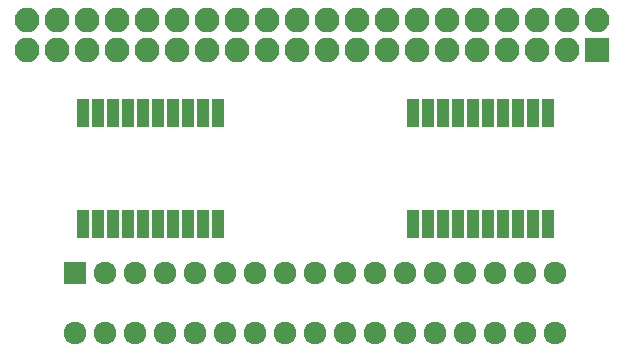
<source format=gbs>
G04 #@! TF.FileFunction,Soldermask,Bot*
%FSLAX46Y46*%
G04 Gerber Fmt 4.6, Leading zero omitted, Abs format (unit mm)*
G04 Created by KiCad (PCBNEW 4.0.7) date 03/27/18 21:51:40*
%MOMM*%
%LPD*%
G01*
G04 APERTURE LIST*
%ADD10C,0.100000*%
%ADD11R,1.924000X1.924000*%
%ADD12C,1.924000*%
%ADD13R,1.000000X2.350000*%
%ADD14R,2.100000X2.100000*%
%ADD15O,2.100000X2.100000*%
G04 APERTURE END LIST*
D10*
D11*
X133350000Y-111760000D03*
D12*
X133350000Y-116840000D03*
X135890000Y-111760000D03*
X135890000Y-116840000D03*
X138430000Y-111760000D03*
X138430000Y-116840000D03*
X140970000Y-111760000D03*
X140970000Y-116840000D03*
X143510000Y-111760000D03*
X143510000Y-116840000D03*
X146050000Y-111760000D03*
X146050000Y-116840000D03*
X148590000Y-111760000D03*
X148590000Y-116840000D03*
X151130000Y-111760000D03*
X151130000Y-116840000D03*
X153670000Y-111760000D03*
X153670000Y-116840000D03*
X156210000Y-111760000D03*
X156210000Y-116840000D03*
X158750000Y-111760000D03*
X158750000Y-116840000D03*
X161290000Y-111760000D03*
X161290000Y-116840000D03*
X163830000Y-111760000D03*
X163830000Y-116840000D03*
X166370000Y-111760000D03*
X166370000Y-116840000D03*
X168910000Y-111760000D03*
X168910000Y-116840000D03*
X171450000Y-111760000D03*
X171450000Y-116840000D03*
X173990000Y-111760000D03*
X173990000Y-116840000D03*
D13*
X133985000Y-98170000D03*
X135255000Y-98170000D03*
X136525000Y-98170000D03*
X137795000Y-98170000D03*
X139065000Y-98170000D03*
X140335000Y-98170000D03*
X141605000Y-98170000D03*
X142875000Y-98170000D03*
X144145000Y-98170000D03*
X145415000Y-98170000D03*
X145415000Y-107570000D03*
X144145000Y-107570000D03*
X142875000Y-107570000D03*
X141605000Y-107570000D03*
X140335000Y-107570000D03*
X139065000Y-107570000D03*
X137795000Y-107570000D03*
X136525000Y-107570000D03*
X135255000Y-107570000D03*
X133985000Y-107570000D03*
X161925000Y-98170000D03*
X163195000Y-98170000D03*
X164465000Y-98170000D03*
X165735000Y-98170000D03*
X167005000Y-98170000D03*
X168275000Y-98170000D03*
X169545000Y-98170000D03*
X170815000Y-98170000D03*
X172085000Y-98170000D03*
X173355000Y-98170000D03*
X173355000Y-107570000D03*
X172085000Y-107570000D03*
X170815000Y-107570000D03*
X169545000Y-107570000D03*
X168275000Y-107570000D03*
X167005000Y-107570000D03*
X165735000Y-107570000D03*
X164465000Y-107570000D03*
X163195000Y-107570000D03*
X161925000Y-107570000D03*
D14*
X177546000Y-92887800D03*
D15*
X177546000Y-90347800D03*
X175006000Y-92887800D03*
X175006000Y-90347800D03*
X172466000Y-92887800D03*
X172466000Y-90347800D03*
X169926000Y-92887800D03*
X169926000Y-90347800D03*
X167386000Y-92887800D03*
X167386000Y-90347800D03*
X164846000Y-92887800D03*
X164846000Y-90347800D03*
X162306000Y-92887800D03*
X162306000Y-90347800D03*
X159766000Y-92887800D03*
X159766000Y-90347800D03*
X157226000Y-92887800D03*
X157226000Y-90347800D03*
X154686000Y-92887800D03*
X154686000Y-90347800D03*
X152146000Y-92887800D03*
X152146000Y-90347800D03*
X149606000Y-92887800D03*
X149606000Y-90347800D03*
X147066000Y-92887800D03*
X147066000Y-90347800D03*
X144526000Y-92887800D03*
X144526000Y-90347800D03*
X141986000Y-92887800D03*
X141986000Y-90347800D03*
X139446000Y-92887800D03*
X139446000Y-90347800D03*
X136906000Y-92887800D03*
X136906000Y-90347800D03*
X134366000Y-92887800D03*
X134366000Y-90347800D03*
X131826000Y-92887800D03*
X131826000Y-90347800D03*
X129286000Y-92887800D03*
X129286000Y-90347800D03*
M02*

</source>
